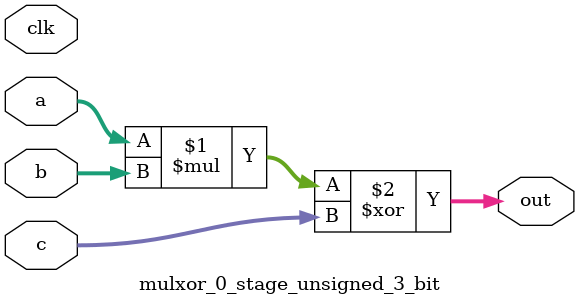
<source format=sv>
(* use_dsp = "yes" *) module mulxor_0_stage_unsigned_3_bit(
	input  [2:0] a,
	input  [2:0] b,
	input  [2:0] c,
	output [2:0] out,
	input clk);

	assign out = (a * b) ^ c;
endmodule

</source>
